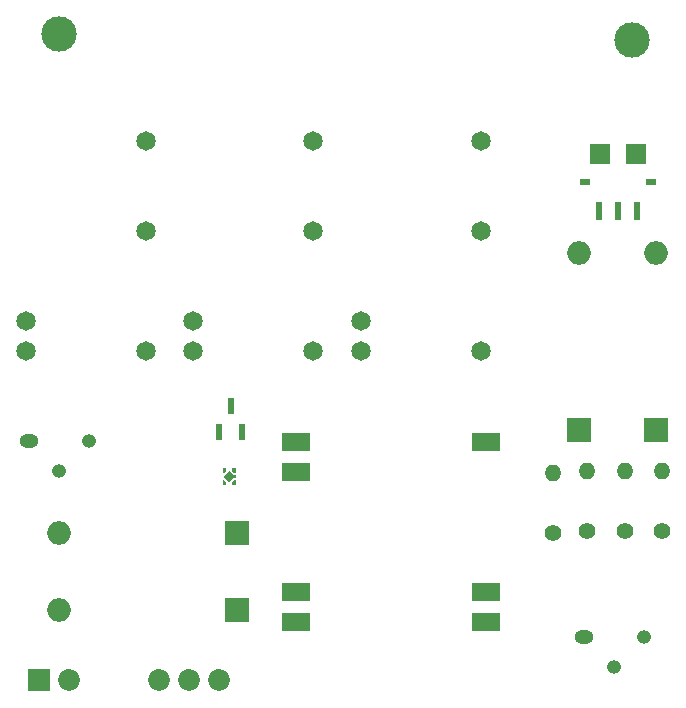
<source format=gbr>
%TF.GenerationSoftware,KiCad,Pcbnew,8.0.1*%
%TF.CreationDate,2024-03-27T00:26:16+01:00*%
%TF.ProjectId,recruitment,72656372-7569-4746-9d65-6e742e6b6963,V0*%
%TF.SameCoordinates,Original*%
%TF.FileFunction,Soldermask,Top*%
%TF.FilePolarity,Negative*%
%FSLAX46Y46*%
G04 Gerber Fmt 4.6, Leading zero omitted, Abs format (unit mm)*
G04 Created by KiCad (PCBNEW 8.0.1) date 2024-03-27 00:26:16*
%MOMM*%
%LPD*%
G01*
G04 APERTURE LIST*
%ADD10C,0.000000*%
%ADD11C,3.000000*%
%ADD12C,1.651000*%
%ADD13R,0.558800X1.320800*%
%ADD14R,0.025400X0.025400*%
%ADD15R,2.450000X1.600000*%
%ADD16R,0.508000X1.600200*%
%ADD17R,0.889000X0.609600*%
%ADD18R,1.803400X1.701800*%
%ADD19C,1.400000*%
%ADD20O,1.400000X1.400000*%
%ADD21O,1.200000X1.200000*%
%ADD22O,1.600000X1.200000*%
%ADD23R,1.850000X1.850000*%
%ADD24C,1.850000*%
%ADD25O,2.000000X2.000000*%
%ADD26R,2.000000X2.000000*%
G04 APERTURE END LIST*
D10*
%TO.C,U4*%
G36*
X120999800Y-103739999D02*
G01*
X120829800Y-103909999D01*
X120699800Y-103909999D01*
X120699800Y-103459999D01*
X120999800Y-103459999D01*
X120999800Y-103739999D01*
G37*
G36*
X121799800Y-103909999D02*
G01*
X121669800Y-103909999D01*
X121499800Y-103739999D01*
X121499800Y-103459999D01*
X121799800Y-103459999D01*
X121799800Y-103909999D01*
G37*
G36*
X121594800Y-104109999D02*
G01*
X121774800Y-104109999D01*
X121774800Y-104309999D01*
X121594800Y-104309999D01*
X121249800Y-104655474D01*
X120804325Y-104209999D01*
X121249800Y-103764524D01*
X121594800Y-104109999D01*
G37*
G36*
X121799800Y-104959999D02*
G01*
X121499800Y-104959999D01*
X121499800Y-104679999D01*
X121669800Y-104509999D01*
X121799800Y-104509999D01*
X121799800Y-104959999D01*
G37*
G36*
X120999800Y-104679999D02*
G01*
X120999800Y-104959999D01*
X120699800Y-104959999D01*
X120699800Y-104509999D01*
X120829800Y-104509999D01*
X120999800Y-104679999D01*
G37*
%TD*%
D11*
%TO.C,REF\u002A\u002A*%
X155350000Y-67260000D03*
%TD*%
%TO.C,REF\u002A\u002A*%
X106850000Y-66760000D03*
%TD*%
D12*
%TO.C,U8*%
X114192800Y-93540000D03*
X114192800Y-83380000D03*
X114192800Y-75760000D03*
X104032800Y-91000000D03*
X104032800Y-93540000D03*
%TD*%
%TO.C,U7*%
X128350000Y-93540000D03*
X128350000Y-83380000D03*
X128350000Y-75760000D03*
X118190000Y-91000000D03*
X118190000Y-93540000D03*
%TD*%
%TO.C,U6*%
X142507200Y-93540000D03*
X142507200Y-83380000D03*
X142507200Y-75760000D03*
X132347200Y-91000000D03*
X132347200Y-93540000D03*
%TD*%
D13*
%TO.C,U5*%
X120399999Y-100393600D03*
X122300001Y-100393600D03*
X121350000Y-98260000D03*
%TD*%
D14*
%TO.C,U4*%
X120850000Y-103760000D03*
X120850000Y-104659998D03*
X121649600Y-104659998D03*
X121649600Y-103760000D03*
X121249800Y-104209999D03*
%TD*%
D15*
%TO.C,U3*%
X126850000Y-101260000D03*
X126850000Y-103800000D03*
X126850000Y-113960000D03*
X126850000Y-116500000D03*
X143000000Y-116500000D03*
X143000000Y-113960000D03*
X143000000Y-101260000D03*
%TD*%
D16*
%TO.C,U1*%
X152550001Y-81760000D03*
X154150000Y-81760000D03*
X155750000Y-81760000D03*
D17*
X151350000Y-79260000D03*
X156949999Y-79260000D03*
D18*
X152650003Y-76910000D03*
X155649997Y-76910000D03*
%TD*%
D19*
%TO.C,Rf1*%
X148602500Y-108950000D03*
D20*
X148602500Y-103870000D03*
%TD*%
D19*
%TO.C,R5*%
X157850000Y-108800000D03*
D20*
X157850000Y-103720000D03*
%TD*%
D19*
%TO.C,R2*%
X154700000Y-108800000D03*
D20*
X154700000Y-103720000D03*
%TD*%
D19*
%TO.C,R1*%
X151550000Y-108800000D03*
D20*
X151550000Y-103720000D03*
%TD*%
D21*
%TO.C,Q2*%
X109390000Y-101220000D03*
X106850000Y-103760000D03*
D22*
X104310000Y-101220000D03*
%TD*%
%TO.C,Q1*%
X151270000Y-117760000D03*
D21*
X153810000Y-120300000D03*
X156350000Y-117760000D03*
%TD*%
D23*
%TO.C,PS1*%
X105140000Y-121450000D03*
D24*
X107680000Y-121450000D03*
X115300000Y-121450000D03*
X117840000Y-121450000D03*
X120380000Y-121450000D03*
%TD*%
D25*
%TO.C,Cf1*%
X157350000Y-85260000D03*
D26*
X157350000Y-100260000D03*
%TD*%
D25*
%TO.C,Cbyp3*%
X106850000Y-108982500D03*
D26*
X121850000Y-108982500D03*
%TD*%
D25*
%TO.C,Cbyp2*%
X106850000Y-115517500D03*
D26*
X121850000Y-115517500D03*
%TD*%
%TO.C,Cbyp1*%
X150815000Y-100260000D03*
D25*
X150815000Y-85260000D03*
%TD*%
M02*

</source>
